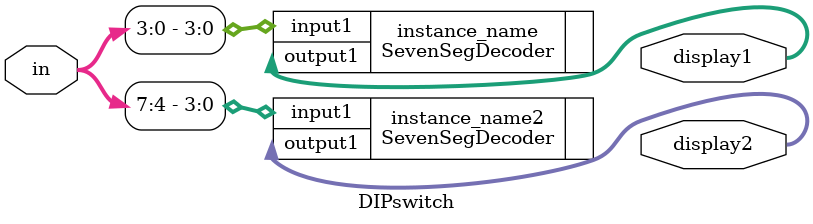
<source format=v>
`timescale 1ns / 1ps
module DIPswitch(
	input [7:0] in,
	output [6:0] display1,
	output [6:0] display2
   );

SevenSegDecoder instance_name (
    .input1(in[3:0]), 
    .output1(display1)
    );
	 SevenSegDecoder instance_name2 (
    .input1(in[7:4]), 
    .output1(display2)
    );

endmodule

</source>
